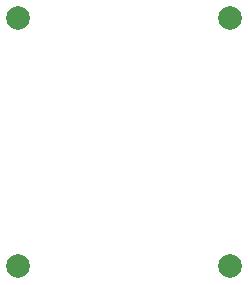
<source format=gbr>
%TF.GenerationSoftware,Altium Limited,Altium Designer,19.1.5 (86)*%
G04 Layer_Color=0*
%FSLAX44Y44*%
%MOMM*%
%TF.FileFunction,NonPlated,1,2,NPTH,Drill*%
%TF.Part,Single*%
G01*
G75*
%TA.AperFunction,OtherDrill,Pad Free-MC (9mm,10.5mm)*%
%ADD50C,2.0000*%
%TA.AperFunction,OtherDrill,Pad Free-MC (-9mm,10.5mm)*%
%ADD51C,2.0000*%
%TA.AperFunction,OtherDrill,Pad Free-MC (9mm,-10.5mm)*%
%ADD52C,2.0000*%
%TA.AperFunction,OtherDrill,Pad Free-MC (-9mm,-10.5mm)*%
%ADD53C,2.0000*%
D50*
X90000Y105000D02*
D03*
D51*
X-90000D02*
D03*
D52*
X90000Y-105000D02*
D03*
D53*
X-90000D02*
D03*
%TF.MD5,5c17dc8ceae22830ab01c914d35e76e6*%
M02*

</source>
